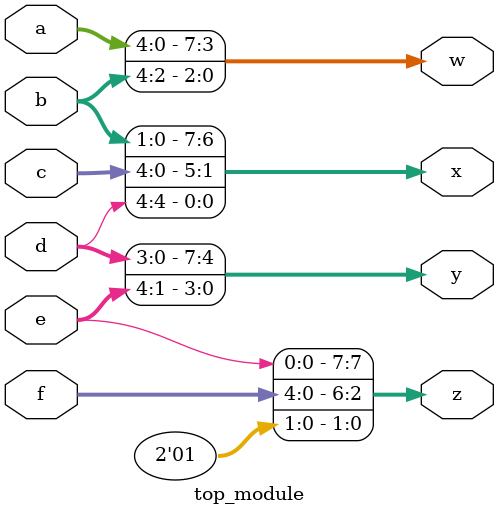
<source format=sv>
module top_module (
	input [4:0] a,
	input [4:0] b,
	input [4:0] c,
	input [4:0] d,
	input [4:0] e,
	input [4:0] f,
	output [7:0] w,
	output [7:0] x,
	output [7:0] y,
	output [7:0] z
);

	assign {w, x, y, z} = {a, b, c, d, e, f, 2'b1};

endmodule

</source>
